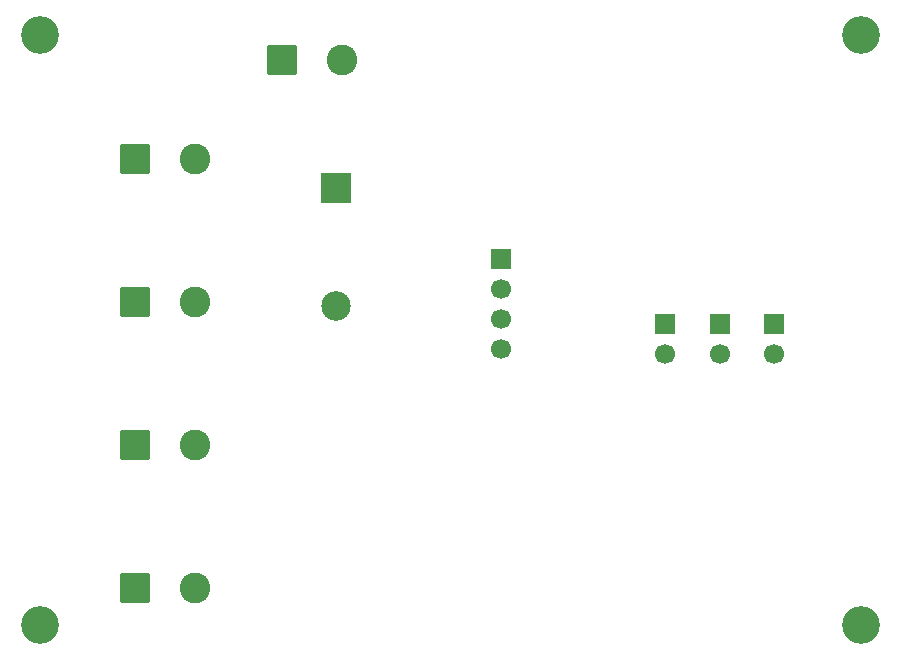
<source format=gbr>
%TF.GenerationSoftware,KiCad,Pcbnew,9.0.4*%
%TF.CreationDate,2025-09-06T02:06:44+05:30*%
%TF.ProjectId,Robot_power_board,526f626f-745f-4706-9f77-65725f626f61,rev?*%
%TF.SameCoordinates,Original*%
%TF.FileFunction,Soldermask,Bot*%
%TF.FilePolarity,Negative*%
%FSLAX46Y46*%
G04 Gerber Fmt 4.6, Leading zero omitted, Abs format (unit mm)*
G04 Created by KiCad (PCBNEW 9.0.4) date 2025-09-06 02:06:44*
%MOMM*%
%LPD*%
G01*
G04 APERTURE LIST*
G04 Aperture macros list*
%AMRoundRect*
0 Rectangle with rounded corners*
0 $1 Rounding radius*
0 $2 $3 $4 $5 $6 $7 $8 $9 X,Y pos of 4 corners*
0 Add a 4 corners polygon primitive as box body*
4,1,4,$2,$3,$4,$5,$6,$7,$8,$9,$2,$3,0*
0 Add four circle primitives for the rounded corners*
1,1,$1+$1,$2,$3*
1,1,$1+$1,$4,$5*
1,1,$1+$1,$6,$7*
1,1,$1+$1,$8,$9*
0 Add four rect primitives between the rounded corners*
20,1,$1+$1,$2,$3,$4,$5,0*
20,1,$1+$1,$4,$5,$6,$7,0*
20,1,$1+$1,$6,$7,$8,$9,0*
20,1,$1+$1,$8,$9,$2,$3,0*%
G04 Aperture macros list end*
%ADD10C,2.600000*%
%ADD11RoundRect,0.250000X-1.050000X-1.050000X1.050000X-1.050000X1.050000X1.050000X-1.050000X1.050000X0*%
%ADD12C,3.200000*%
%ADD13R,1.700000X1.700000*%
%ADD14C,1.700000*%
%ADD15R,2.500000X2.500000*%
%ADD16C,2.500000*%
G04 APERTURE END LIST*
D10*
%TO.C,J3*%
X111580000Y-96625000D03*
D11*
X106500000Y-96625000D03*
%TD*%
D10*
%TO.C,J1*%
X124035000Y-76172500D03*
D11*
X118955000Y-76172500D03*
%TD*%
D12*
%TO.C,REF\u002A\u002A*%
X168000000Y-124000000D03*
%TD*%
%TO.C,REF\u002A\u002A*%
X168000000Y-74000000D03*
%TD*%
%TO.C,REF\u002A\u002A*%
X98500000Y-124000000D03*
%TD*%
%TO.C,REF\u002A\u002A*%
X98500000Y-74000000D03*
%TD*%
D13*
%TO.C,J9*%
X160590000Y-98500000D03*
D14*
X160590000Y-101040000D03*
%TD*%
D13*
%TO.C,J8*%
X156000000Y-98500000D03*
D14*
X156000000Y-101040000D03*
%TD*%
D13*
%TO.C,J7*%
X151410000Y-98500000D03*
D14*
X151410000Y-101040000D03*
%TD*%
D13*
%TO.C,J6*%
X137500000Y-93000000D03*
D14*
X137500000Y-95540000D03*
X137500000Y-98080000D03*
X137500000Y-100620000D03*
%TD*%
D11*
%TO.C,J5*%
X106500000Y-120875000D03*
D10*
X111580000Y-120875000D03*
%TD*%
D11*
%TO.C,J4*%
X106500000Y-108750000D03*
D10*
X111580000Y-108750000D03*
%TD*%
D11*
%TO.C,J2*%
X106500000Y-84500000D03*
D10*
X111580000Y-84500000D03*
%TD*%
D15*
%TO.C,F1*%
X123500000Y-87000000D03*
D16*
X123500000Y-97000000D03*
%TD*%
M02*

</source>
